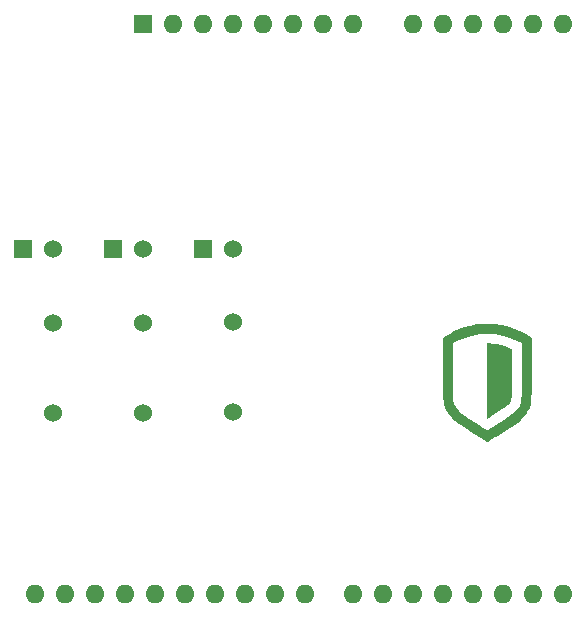
<source format=gbr>
%TF.GenerationSoftware,KiCad,Pcbnew,(6.0.7)*%
%TF.CreationDate,2022-08-16T17:28:00+09:00*%
%TF.ProjectId,uno_shield_1,756e6f5f-7368-4696-956c-645f312e6b69,rev?*%
%TF.SameCoordinates,Original*%
%TF.FileFunction,Soldermask,Top*%
%TF.FilePolarity,Negative*%
%FSLAX46Y46*%
G04 Gerber Fmt 4.6, Leading zero omitted, Abs format (unit mm)*
G04 Created by KiCad (PCBNEW (6.0.7)) date 2022-08-16 17:28:00*
%MOMM*%
%LPD*%
G01*
G04 APERTURE LIST*
%ADD10R,1.524000X1.524000*%
%ADD11C,1.524000*%
%ADD12R,1.600000X1.600000*%
%ADD13O,1.600000X1.600000*%
G04 APERTURE END LIST*
%TO.C,G\u002A\u002A\u002A*%
G36*
X167647642Y-86382184D02*
G01*
X167647530Y-83775451D01*
X167886737Y-83597748D01*
X168198762Y-83394619D01*
X168574769Y-83196997D01*
X168995360Y-83012845D01*
X169441138Y-82850124D01*
X169892704Y-82716796D01*
X170212843Y-82643004D01*
X170459229Y-82606696D01*
X170766487Y-82581420D01*
X171112806Y-82567178D01*
X171476375Y-82563969D01*
X171835383Y-82571792D01*
X172168019Y-82590649D01*
X172452473Y-82620538D01*
X172587156Y-82643004D01*
X173030784Y-82750030D01*
X173482692Y-82892225D01*
X173923484Y-83061625D01*
X174333762Y-83250270D01*
X174694129Y-83450197D01*
X174913262Y-83597748D01*
X175152469Y-83775451D01*
X175152358Y-86382184D01*
X175152191Y-86949135D01*
X175151386Y-87439514D01*
X175149407Y-87860163D01*
X175145720Y-88217923D01*
X175139789Y-88519639D01*
X175131078Y-88772152D01*
X175119053Y-88982305D01*
X175103178Y-89156941D01*
X175082917Y-89302901D01*
X175057737Y-89427029D01*
X175027101Y-89536168D01*
X174990474Y-89637158D01*
X174947321Y-89736845D01*
X174897106Y-89842069D01*
X174878786Y-89879393D01*
X174728784Y-90125130D01*
X174515332Y-90390240D01*
X174251540Y-90660976D01*
X173950516Y-90923590D01*
X173708173Y-91106972D01*
X173602761Y-91178761D01*
X173446425Y-91281369D01*
X173249851Y-91408113D01*
X173023722Y-91552311D01*
X172778721Y-91707280D01*
X172525533Y-91866338D01*
X172274842Y-92022802D01*
X172037331Y-92169990D01*
X171823684Y-92301218D01*
X171644585Y-92409805D01*
X171510717Y-92489068D01*
X171432766Y-92532324D01*
X171420853Y-92537657D01*
X171375779Y-92520359D01*
X171269585Y-92464231D01*
X171111802Y-92374788D01*
X170911964Y-92257546D01*
X170679601Y-92118019D01*
X170424246Y-91961723D01*
X170405784Y-91950314D01*
X170012098Y-91705471D01*
X169681418Y-91496209D01*
X169404702Y-91316068D01*
X169172908Y-91158589D01*
X168976995Y-91017313D01*
X168807920Y-90885781D01*
X168656643Y-90757534D01*
X168514122Y-90626112D01*
X168411819Y-90525863D01*
X168210429Y-90311452D01*
X168060469Y-90118777D01*
X167943663Y-89923758D01*
X167921213Y-89879393D01*
X167868536Y-89770819D01*
X167823099Y-89670053D01*
X167784365Y-89570254D01*
X167751800Y-89464579D01*
X167724868Y-89346184D01*
X167703034Y-89208229D01*
X167685762Y-89043870D01*
X167672519Y-88846264D01*
X167662767Y-88608569D01*
X167655973Y-88323943D01*
X167651600Y-87985543D01*
X167649114Y-87586526D01*
X167647979Y-87120050D01*
X167647953Y-87076002D01*
X168487273Y-87076002D01*
X168487418Y-87603415D01*
X168489929Y-88048228D01*
X168494810Y-88410835D01*
X168502067Y-88691625D01*
X168511704Y-88890992D01*
X168523728Y-89009326D01*
X168523768Y-89009560D01*
X168608444Y-89315941D01*
X168758031Y-89608277D01*
X168976809Y-89891908D01*
X169269056Y-90172171D01*
X169639049Y-90454407D01*
X169732763Y-90518268D01*
X169863547Y-90604159D01*
X170033688Y-90713568D01*
X170231349Y-90839128D01*
X170444692Y-90973472D01*
X170661878Y-91109235D01*
X170871069Y-91239050D01*
X171060427Y-91355550D01*
X171218113Y-91451370D01*
X171332290Y-91519143D01*
X171391119Y-91551502D01*
X171395979Y-91553212D01*
X171435601Y-91532912D01*
X171533384Y-91476546D01*
X171676421Y-91391724D01*
X171851808Y-91286055D01*
X171938179Y-91233527D01*
X172414813Y-90938454D01*
X172822386Y-90675483D01*
X173166420Y-90439360D01*
X173452438Y-90224832D01*
X173685963Y-90026646D01*
X173872517Y-89839549D01*
X174017624Y-89658287D01*
X174126805Y-89477608D01*
X174205584Y-89292259D01*
X174259482Y-89096985D01*
X174276231Y-89009560D01*
X174288262Y-88891470D01*
X174297907Y-88692349D01*
X174305171Y-88411805D01*
X174310059Y-88049446D01*
X174312577Y-87604881D01*
X174312730Y-87077718D01*
X174310522Y-86467566D01*
X174310512Y-86465599D01*
X174298686Y-84192528D01*
X173923317Y-83996581D01*
X173330534Y-83733392D01*
X172709744Y-83544934D01*
X172070138Y-83431273D01*
X171420908Y-83392479D01*
X170771247Y-83428620D01*
X170130345Y-83539764D01*
X169507396Y-83725980D01*
X168965893Y-83959717D01*
X168501313Y-84192528D01*
X168489487Y-86465599D01*
X168487273Y-87076002D01*
X167647953Y-87076002D01*
X167647659Y-86579273D01*
X167647642Y-86382184D01*
G37*
G36*
X171880402Y-84231090D02*
G01*
X172204788Y-84280136D01*
X172548757Y-84354399D01*
X172884834Y-84447760D01*
X173185545Y-84554100D01*
X173245566Y-84579208D01*
X173485385Y-84683071D01*
X173484470Y-86794285D01*
X173484364Y-87289423D01*
X173483831Y-87708498D01*
X173481848Y-88058862D01*
X173477395Y-88347866D01*
X173469450Y-88582862D01*
X173456991Y-88771200D01*
X173438997Y-88920232D01*
X173414446Y-89037308D01*
X173382317Y-89129781D01*
X173341588Y-89205000D01*
X173291237Y-89270318D01*
X173230244Y-89333085D01*
X173157586Y-89400653D01*
X173117087Y-89438047D01*
X173011025Y-89526220D01*
X172847888Y-89648709D01*
X172641568Y-89795994D01*
X172405961Y-89958556D01*
X172154960Y-90126876D01*
X171902459Y-90291435D01*
X171662352Y-90442713D01*
X171556404Y-90507321D01*
X171400000Y-90601466D01*
X171400000Y-84213382D01*
X171603075Y-84213382D01*
X171880402Y-84231090D01*
G37*
%TD*%
D10*
%TO.C,D2*%
X139700000Y-76200000D03*
D11*
X142240000Y-76200000D03*
%TD*%
%TO.C,R2*%
X142240000Y-90110000D03*
X142240000Y-82490000D03*
%TD*%
%TO.C,R1*%
X134620000Y-90110000D03*
X134620000Y-82490000D03*
%TD*%
D10*
%TO.C,D1*%
X132080000Y-76200000D03*
D11*
X134620000Y-76200000D03*
%TD*%
D12*
%TO.C,A1*%
X142240000Y-57150000D03*
D13*
X144780000Y-57150000D03*
X147320000Y-57150000D03*
X149860000Y-57150000D03*
X152400000Y-57150000D03*
X154940000Y-57150000D03*
X157480000Y-57150000D03*
X160020000Y-57150000D03*
X165100000Y-57150000D03*
X167640000Y-57150000D03*
X170180000Y-57150000D03*
X172720000Y-57150000D03*
X175260000Y-57150000D03*
X177800000Y-57150000D03*
X177800000Y-105410000D03*
X175260000Y-105410000D03*
X172720000Y-105410000D03*
X170180000Y-105410000D03*
X167640000Y-105410000D03*
X165100000Y-105410000D03*
X162560000Y-105410000D03*
X160020000Y-105410000D03*
X155960000Y-105410000D03*
X153420000Y-105410000D03*
X150880000Y-105410000D03*
X148340000Y-105410000D03*
X145800000Y-105410000D03*
X143260000Y-105410000D03*
X140720000Y-105410000D03*
X138180000Y-105410000D03*
X135640000Y-105410000D03*
X133100000Y-105410000D03*
%TD*%
D11*
%TO.C,R3*%
X149860000Y-90010000D03*
X149860000Y-82390000D03*
%TD*%
D10*
%TO.C,D3*%
X147320000Y-76200000D03*
D11*
X149860000Y-76200000D03*
%TD*%
M02*

</source>
